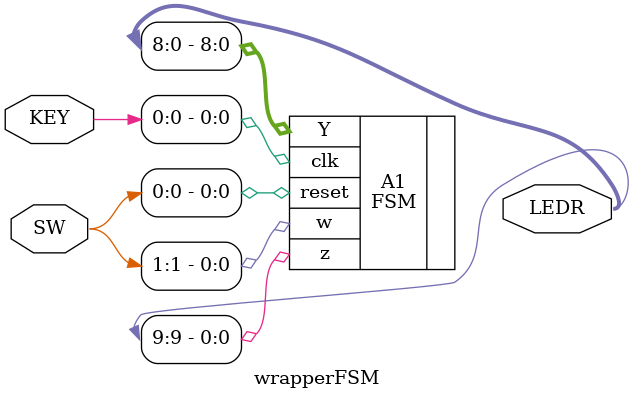
<source format=v>
/* Wrapper for FSM
Codigo realizado por Enrique Zetina Martinez
Correo: enrique.zetina@iteso.mx
	
*/
module wrapperFSM(

	//////////// KEY //////////
	input 		     [1:0]		KEY,

	//////////// LED //////////
	output		     [9:0]		LEDR,

	//////////// SW //////////
	input 		     [9:0]		SW


);

//=======================================================
//  Structural coding
//=======================================================

FSM A1(.reset(SW[0]), .clk(KEY[0]), .w(SW[1]), .z(LEDR[9]), .Y(LEDR[8:0]));


endmodule

</source>
